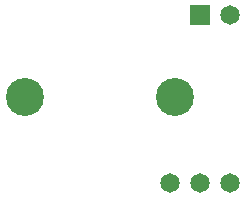
<source format=gbs>
G04 #@! TF.FileFunction,Soldermask,Bot*
%FSLAX46Y46*%
G04 Gerber Fmt 4.6, Leading zero omitted, Abs format (unit mm)*
G04 Created by KiCad (PCBNEW (2015-05-03 BZR 5637)-product) date 2015 November 16, Monday 12:16:30*
%MOMM*%
G01*
G04 APERTURE LIST*
%ADD10C,0.100000*%
%ADD11R,1.651000X1.651000*%
%ADD12C,1.651000*%
%ADD13C,3.216000*%
G04 APERTURE END LIST*
D10*
D11*
X157226000Y-98044000D03*
D12*
X159766000Y-98044000D03*
D13*
X142405100Y-105003600D03*
X155105100Y-105003600D03*
D12*
X154686000Y-112268000D03*
X157226000Y-112268000D03*
X159766000Y-112268000D03*
M02*

</source>
